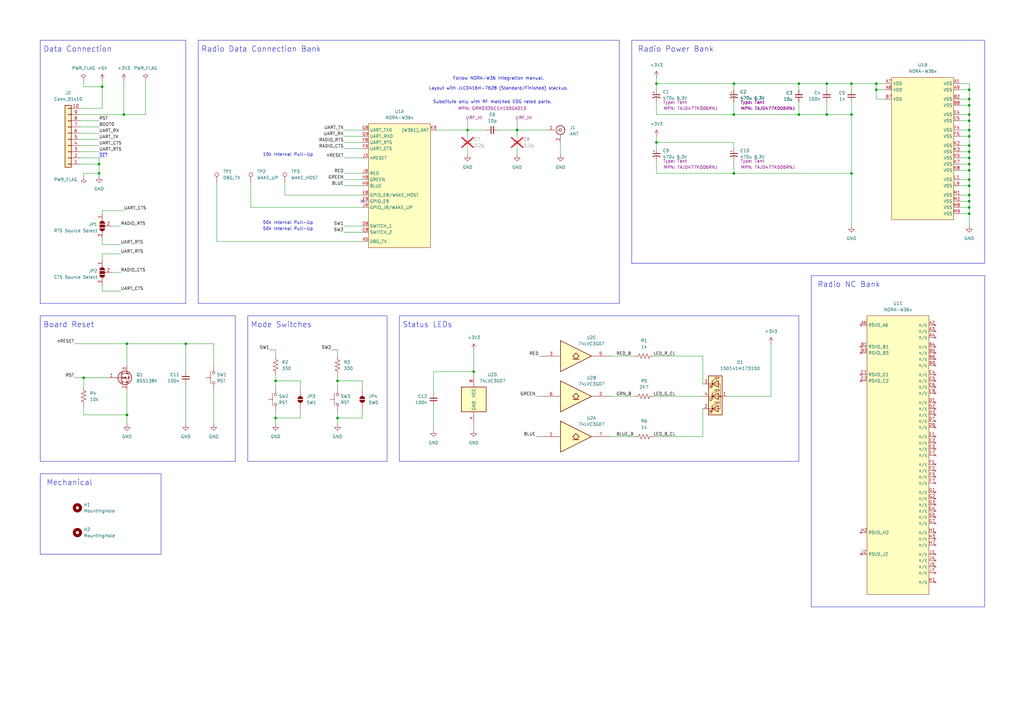
<source format=kicad_sch>
(kicad_sch (version 20250114) (generator "eeschema") (generator_version "9.0")
  (paper "A3")
  (title_block (title "Radio Breakout - NORA-W2") (date "2025-07-28") (company "The A-Team") (comment 1 "Author: William Stuckey") (comment 2 "Author: Christian Clark"))
  (rectangle (start 81.28 16.51) (end 254 124.46))
  (rectangle (start 16.51 129.54) (end 96.52 189.23))
  (rectangle (start 101.6 129.54) (end 158.75 189.23))
  (rectangle (start 332.74 113.03) (end 403.86 248.92))
  (rectangle (start 16.51 194.31) (end 66.04 227.33))
  (rectangle (start 259.08 16.51) (end 403.86 107.95))
  (text "Radio Power Bank" (at 261.62 21.59 0) (effects (font (size 2.25 2.25)) (justify left bottom)))
  (text "50k Internal Pull-Up" (at 118.11 93.98 0) (effects (font (size 1.27 1.27))))
  (text "Radio Data Connection Bank" (at 82.55 21.59 0) (effects (font (size 2.25 2.25)) (justify left bottom)))
  (text "Follow NORA-W36 integration manual.\n\nLayout with JLC0416H-7628 (Standard/Finished) stackup." (at 204.47 34.29 0) (effects (font (size 1.27 1.27))))
  (text "~{DET}" (at 40.64 64.77 0) (effects (font (size 1.27 1.27)) (justify left bottom)))
  (text "Data Connection" (at 17.78 21.59 0) (effects (font (size 2.25 2.25)) (justify left bottom)))
  (text "10k Internal Pull-Up" (at 118.11 63.5 0) (effects (font (size 1.27 1.27))))
  (text "Board Reset" (at 17.78 134.62 0) (effects (font (size 2.25 2.25)) (justify left bottom)))
  (text "Status LEDs" (at 165.1 134.62 0) (effects (font (size 2.25 2.25)) (justify left bottom)))
  (text "50k Internal Pull-Up" (at 118.11 91.44 0) (effects (font (size 1.27 1.27))))
  (text "Substitute only with RF matched C0G rated parts." (at 201.93 41.91 0) (effects (font (size 1.27 1.27))))
  (text "Mode Switches" (at 102.87 134.62 0) (effects (font (size 2.25 2.25)) (justify left bottom)))
  (text "Radio NC Bank" (at 335.28 118.11 0) (effects (font (size 2.25 2.25)) (justify left bottom)))
  (text "Mechanical" (at 19.05 199.39 0) (effects (font (size 2.25 2.25)) (justify left bottom)))
  (junction (at 327.66 46.99))
  (junction (at 397.51 49.53))
  (junction (at 359.41 34.29))
  (junction (at 327.66 34.29))
  (junction (at 397.51 80.01))
  (junction (at 34.29 154.94))
  (junction (at 300.99 71.12))
  (junction (at 41.91 35.56))
  (junction (at 397.51 62.23))
  (junction (at 300.99 46.99))
  (junction (at 349.25 34.29))
  (junction (at 397.51 55.88))
  (junction (at 397.51 36.83))
  (junction (at 339.09 34.29))
  (junction (at 397.51 40.64))
  (junction (at 269.24 58.42))
  (junction (at 397.51 73.66))
  (junction (at 269.24 34.29))
  (junction (at 113.03 156.21))
  (junction (at 349.25 46.99))
  (junction (at 138.43 171.45))
  (junction (at 138.43 156.21))
  (junction (at 194.31 152.4))
  (junction (at 76.2 140.97))
  (junction (at 397.51 67.31))
  (junction (at 397.51 46.99))
  (junction (at 397.51 85.09))
  (junction (at 40.64 67.31))
  (junction (at 397.51 59.69))
  (junction (at 52.07 140.97))
  (junction (at 349.25 71.12))
  (junction (at 397.51 82.55))
  (junction (at 397.51 87.63))
  (junction (at 113.03 171.45))
  (junction (at 212.09 53.34))
  (junction (at 359.41 36.83))
  (junction (at 40.64 71.12))
  (junction (at 339.09 46.99))
  (junction (at 397.51 76.2))
  (junction (at 52.07 170.18))
  (junction (at 397.51 64.77))
  (junction (at 397.51 69.85))
  (junction (at 397.51 53.34))
  (junction (at 397.51 43.18))
  (junction (at 300.99 34.29))
  (junction (at 191.77 53.34))
  (junction (at 50.8 46.99))
  (no_connect (at 148.59 82.55))
  (wire (pts (xy 393.7 67.31) (xy 397.51 67.31)))
  (wire (pts (xy 116.84 74.93) (xy 116.84 80.01)))
  (wire (pts (xy 87.63 160.02) (xy 87.63 173.99)))
  (wire (pts (xy 397.51 62.23) (xy 397.51 64.77)))
  (wire (pts (xy 393.7 73.66) (xy 397.51 73.66)))
  (wire (pts (xy 138.43 143.51) (xy 138.43 146.05)))
  (wire (pts (xy 116.84 80.01) (xy 148.59 80.01)))
  (wire (pts (xy 49.53 104.14) (xy 41.91 104.14)))
  (wire (pts (xy 40.64 62.23) (xy 33.02 62.23)))
  (wire (pts (xy 267.97 146.05) (xy 288.29 146.05)))
  (wire (pts (xy 138.43 153.67) (xy 138.43 156.21)))
  (wire (pts (xy 40.64 52.07) (xy 33.02 52.07)))
  (wire (pts (xy 269.24 71.12) (xy 300.99 71.12)))
  (wire (pts (xy 52.07 140.97) (xy 76.2 140.97)))
  (wire (pts (xy 393.7 53.34) (xy 397.51 53.34)))
  (polyline (pts (xy 163.83 129.54) (xy 163.83 189.23)))
  (wire (pts (xy 393.7 34.29) (xy 397.51 34.29)))
  (wire (pts (xy 34.29 35.56) (xy 41.91 35.56)))
  (wire (pts (xy 113.03 153.67) (xy 113.03 156.21)))
  (wire (pts (xy 267.97 162.56) (xy 288.29 162.56)))
  (wire (pts (xy 250.19 146.05) (xy 260.35 146.05)))
  (polyline (pts (xy 163.83 189.23) (xy 327.66 189.23)))
  (wire (pts (xy 397.51 43.18) (xy 397.51 46.99)))
  (wire (pts (xy 339.09 46.99) (xy 349.25 46.99)))
  (wire (pts (xy 397.51 49.53) (xy 397.51 53.34)))
  (wire (pts (xy 397.51 85.09) (xy 397.51 87.63)))
  (wire (pts (xy 177.8 152.4) (xy 194.31 152.4)))
  (wire (pts (xy 194.31 143.51) (xy 194.31 152.4)))
  (wire (pts (xy 59.69 33.02) (xy 59.69 46.99)))
  (wire (pts (xy 327.66 36.83) (xy 327.66 34.29)))
  (wire (pts (xy 40.64 71.12) (xy 40.64 72.39)))
  (wire (pts (xy 34.29 154.94) (xy 34.29 158.75)))
  (wire (pts (xy 397.51 64.77) (xy 397.51 67.31)))
  (wire (pts (xy 138.43 171.45) (xy 138.43 173.99)))
  (wire (pts (xy 393.7 64.77) (xy 397.51 64.77)))
  (wire (pts (xy 300.99 34.29) (xy 300.99 36.83)))
  (wire (pts (xy 397.51 80.01) (xy 397.51 82.55)))
  (wire (pts (xy 250.19 179.07) (xy 260.35 179.07)))
  (wire (pts (xy 50.8 86.36) (xy 41.91 86.36)))
  (polyline (pts (xy 327.66 129.54) (xy 163.83 129.54)))
  (wire (pts (xy 110.49 143.51) (xy 113.03 143.51)))
  (wire (pts (xy 40.64 49.53) (xy 33.02 49.53)))
  (wire (pts (xy 397.51 46.99) (xy 397.51 49.53)))
  (wire (pts (xy 349.25 46.99) (xy 349.25 71.12)))
  (wire (pts (xy 87.63 140.97) (xy 87.63 149.86)))
  (wire (pts (xy 220.98 146.05) (xy 222.25 146.05)))
  (wire (pts (xy 44.45 154.94) (xy 34.29 154.94)))
  (wire (pts (xy 359.41 40.64) (xy 363.22 40.64)))
  (wire (pts (xy 327.66 41.91) (xy 327.66 46.99)))
  (wire (pts (xy 359.41 36.83) (xy 359.41 40.64)))
  (wire (pts (xy 219.71 179.07) (xy 222.25 179.07)))
  (wire (pts (xy 359.41 34.29) (xy 359.41 36.83)))
  (wire (pts (xy 113.03 168.91) (xy 113.03 171.45)))
  (wire (pts (xy 393.7 55.88) (xy 397.51 55.88)))
  (wire (pts (xy 40.64 64.77) (xy 40.64 67.31)))
  (wire (pts (xy 316.23 140.97) (xy 316.23 162.56)))
  (wire (pts (xy 52.07 160.02) (xy 52.07 170.18)))
  (wire (pts (xy 212.09 50.8) (xy 212.09 53.34)))
  (wire (pts (xy 40.64 59.69) (xy 33.02 59.69)))
  (wire (pts (xy 269.24 34.29) (xy 269.24 36.83)))
  (wire (pts (xy 397.51 67.31) (xy 397.51 69.85)))
  (polyline (pts (xy 327.66 129.54) (xy 327.66 189.23)))
  (polyline (pts (xy 76.2 16.51) (xy 76.2 124.46)))
  (wire (pts (xy 140.97 60.96) (xy 148.59 60.96)))
  (wire (pts (xy 300.99 34.29) (xy 327.66 34.29)))
  (wire (pts (xy 102.87 74.93) (xy 102.87 85.09)))
  (wire (pts (xy 397.51 59.69) (xy 397.51 62.23)))
  (wire (pts (xy 148.59 171.45) (xy 148.59 167.64)))
  (wire (pts (xy 179.07 53.34) (xy 191.77 53.34)))
  (wire (pts (xy 212.09 53.34) (xy 224.79 53.34)))
  (wire (pts (xy 33.02 44.45) (xy 41.91 44.45)))
  (wire (pts (xy 138.43 168.91) (xy 138.43 171.45)))
  (wire (pts (xy 397.51 87.63) (xy 393.7 87.63)))
  (wire (pts (xy 393.7 40.64) (xy 397.51 40.64)))
  (polyline (pts (xy 76.2 124.46) (xy 16.51 124.46)))
  (wire (pts (xy 148.59 156.21) (xy 138.43 156.21)))
  (wire (pts (xy 393.7 59.69) (xy 397.51 59.69)))
  (wire (pts (xy 397.51 73.66) (xy 397.51 76.2)))
  (wire (pts (xy 194.31 152.4) (xy 194.31 153.67)))
  (wire (pts (xy 30.48 140.97) (xy 52.07 140.97)))
  (wire (pts (xy 397.51 34.29) (xy 397.51 36.83)))
  (wire (pts (xy 102.87 85.09) (xy 148.59 85.09)))
  (wire (pts (xy 41.91 119.38) (xy 41.91 116.84)))
  (wire (pts (xy 397.51 36.83) (xy 397.51 40.64)))
  (wire (pts (xy 393.7 62.23) (xy 397.51 62.23)))
  (wire (pts (xy 41.91 100.33) (xy 41.91 97.79)))
  (wire (pts (xy 41.91 44.45) (xy 41.91 35.56)))
  (wire (pts (xy 191.77 50.8) (xy 191.77 53.34)))
  (wire (pts (xy 34.29 71.12) (xy 40.64 71.12)))
  (wire (pts (xy 359.41 34.29) (xy 363.22 34.29)))
  (wire (pts (xy 393.7 43.18) (xy 397.51 43.18)))
  (wire (pts (xy 339.09 36.83) (xy 339.09 34.29)))
  (wire (pts (xy 204.47 53.34) (xy 212.09 53.34)))
  (wire (pts (xy 269.24 46.99) (xy 300.99 46.99)))
  (wire (pts (xy 140.97 76.2) (xy 148.59 76.2)))
  (wire (pts (xy 298.45 162.56) (xy 316.23 162.56)))
  (wire (pts (xy 393.7 69.85) (xy 397.51 69.85)))
  (wire (pts (xy 113.03 143.51) (xy 113.03 146.05)))
  (wire (pts (xy 300.99 41.91) (xy 300.99 46.99)))
  (wire (pts (xy 349.25 71.12) (xy 349.25 92.71)))
  (wire (pts (xy 88.9 99.06) (xy 148.59 99.06)))
  (wire (pts (xy 76.2 140.97) (xy 76.2 152.4)))
  (wire (pts (xy 33.02 64.77) (xy 40.64 64.77)))
  (wire (pts (xy 359.41 36.83) (xy 363.22 36.83)))
  (wire (pts (xy 33.02 67.31) (xy 40.64 67.31)))
  (wire (pts (xy 40.64 67.31) (xy 40.64 71.12)))
  (wire (pts (xy 393.7 80.01) (xy 397.51 80.01)))
  (wire (pts (xy 229.87 58.42) (xy 229.87 63.5)))
  (wire (pts (xy 397.51 40.64) (xy 397.51 43.18)))
  (wire (pts (xy 212.09 60.96) (xy 212.09 63.5)))
  (wire (pts (xy 49.53 100.33) (xy 41.91 100.33)))
  (wire (pts (xy 177.8 166.37) (xy 177.8 176.53)))
  (wire (pts (xy 393.7 82.55) (xy 397.51 82.55)))
  (wire (pts (xy 140.97 71.12) (xy 148.59 71.12)))
  (wire (pts (xy 140.97 58.42) (xy 148.59 58.42)))
  (wire (pts (xy 148.59 160.02) (xy 148.59 156.21)))
  (wire (pts (xy 41.91 35.56) (xy 41.91 33.02)))
  (wire (pts (xy 300.99 71.12) (xy 349.25 71.12)))
  (wire (pts (xy 288.29 146.05) (xy 288.29 157.48)))
  (wire (pts (xy 349.25 34.29) (xy 349.25 36.83)))
  (wire (pts (xy 140.97 92.71) (xy 148.59 92.71)))
  (wire (pts (xy 349.25 41.91) (xy 349.25 46.99)))
  (wire (pts (xy 34.29 72.39) (xy 34.29 71.12)))
  (wire (pts (xy 40.64 57.15) (xy 33.02 57.15)))
  (wire (pts (xy 393.7 36.83) (xy 397.51 36.83)))
  (wire (pts (xy 123.19 171.45) (xy 123.19 167.64)))
  (wire (pts (xy 397.51 76.2) (xy 397.51 80.01)))
  (wire (pts (xy 123.19 156.21) (xy 123.19 160.02)))
  (wire (pts (xy 212.09 53.34) (xy 212.09 55.88)))
  (wire (pts (xy 288.29 179.07) (xy 288.29 167.64)))
  (wire (pts (xy 339.09 41.91) (xy 339.09 46.99)))
  (wire (pts (xy 135.89 143.51) (xy 138.43 143.51)))
  (wire (pts (xy 52.07 170.18) (xy 52.07 173.99)))
  (wire (pts (xy 138.43 171.45) (xy 148.59 171.45)))
  (wire (pts (xy 49.53 92.71) (xy 45.72 92.71)))
  (wire (pts (xy 34.29 170.18) (xy 52.07 170.18)))
  (wire (pts (xy 397.51 92.71) (xy 397.51 87.63)))
  (polyline (pts (xy 16.51 124.46) (xy 16.51 16.51)))
  (wire (pts (xy 50.8 33.02) (xy 50.8 46.99)))
  (wire (pts (xy 140.97 73.66) (xy 148.59 73.66)))
  (wire (pts (xy 191.77 60.96) (xy 191.77 63.5)))
  (wire (pts (xy 397.51 82.55) (xy 397.51 85.09)))
  (wire (pts (xy 393.7 46.99) (xy 397.51 46.99)))
  (wire (pts (xy 140.97 53.34) (xy 148.59 53.34)))
  (wire (pts (xy 34.29 33.02) (xy 34.29 35.56)))
  (wire (pts (xy 397.51 69.85) (xy 397.51 73.66)))
  (wire (pts (xy 177.8 152.4) (xy 177.8 161.29)))
  (wire (pts (xy 34.29 166.37) (xy 34.29 170.18)))
  (wire (pts (xy 191.77 53.34) (xy 191.77 55.88)))
  (wire (pts (xy 219.71 162.56) (xy 222.25 162.56)))
  (wire (pts (xy 140.97 55.88) (xy 148.59 55.88)))
  (wire (pts (xy 191.77 53.34) (xy 199.39 53.34)))
  (wire (pts (xy 59.69 46.99) (xy 50.8 46.99)))
  (wire (pts (xy 250.19 162.56) (xy 260.35 162.56)))
  (wire (pts (xy 300.99 46.99) (xy 327.66 46.99)))
  (wire (pts (xy 50.8 46.99) (xy 33.02 46.99)))
  (wire (pts (xy 140.97 64.77) (xy 148.59 64.77)))
  (wire (pts (xy 49.53 111.76) (xy 45.72 111.76)))
  (wire (pts (xy 349.25 34.29) (xy 359.41 34.29)))
  (wire (pts (xy 269.24 58.42) (xy 300.99 58.42)))
  (wire (pts (xy 40.64 54.61) (xy 33.02 54.61)))
  (wire (pts (xy 300.99 58.42) (xy 300.99 60.96)))
  (wire (pts (xy 269.24 41.91) (xy 269.24 46.99)))
  (wire (pts (xy 113.03 171.45) (xy 123.19 171.45)))
  (wire (pts (xy 267.97 179.07) (xy 288.29 179.07)))
  (wire (pts (xy 269.24 34.29) (xy 300.99 34.29)))
  (wire (pts (xy 88.9 74.93) (xy 88.9 99.06)))
  (wire (pts (xy 41.91 104.14) (xy 41.91 106.68)))
  (wire (pts (xy 76.2 140.97) (xy 87.63 140.97)))
  (wire (pts (xy 269.24 60.96) (xy 269.24 58.42)))
  (wire (pts (xy 397.51 55.88) (xy 397.51 59.69)))
  (wire (pts (xy 52.07 149.86) (xy 52.07 140.97)))
  (wire (pts (xy 393.7 85.09) (xy 397.51 85.09)))
  (wire (pts (xy 269.24 66.04) (xy 269.24 71.12)))
  (wire (pts (xy 138.43 156.21) (xy 138.43 158.75)))
  (wire (pts (xy 269.24 31.75) (xy 269.24 34.29)))
  (wire (pts (xy 140.97 95.25) (xy 148.59 95.25)))
  (wire (pts (xy 327.66 34.29) (xy 339.09 34.29)))
  (wire (pts (xy 76.2 157.48) (xy 76.2 173.99)))
  (wire (pts (xy 269.24 55.88) (xy 269.24 58.42)))
  (wire (pts (xy 34.29 154.94) (xy 30.48 154.94)))
  (wire (pts (xy 397.51 53.34) (xy 397.51 55.88)))
  (wire (pts (xy 41.91 86.36) (xy 41.91 87.63)))
  (wire (pts (xy 194.31 173.99) (xy 194.31 176.53)))
  (wire (pts (xy 339.09 34.29) (xy 349.25 34.29)))
  (wire (pts (xy 327.66 46.99) (xy 339.09 46.99)))
  (wire (pts (xy 393.7 49.53) (xy 397.51 49.53)))
  (wire (pts (xy 113.03 156.21) (xy 123.19 156.21)))
  (wire (pts (xy 113.03 171.45) (xy 113.03 173.99)))
  (wire (pts (xy 49.53 119.38) (xy 41.91 119.38)))
  (polyline (pts (xy 76.2 16.51) (xy 16.51 16.51)))
  (wire (pts (xy 113.03 156.21) (xy 113.03 158.75)))
  (wire (pts (xy 393.7 76.2) (xy 397.51 76.2)))
  (wire (pts (xy 300.99 66.04) (xy 300.99 71.12)))
  (label "UART_RX" (at 140.97 55.88 180))
  (label "SW1" (at 110.49 143.51 180))
  (label "RADIO_CTS" (at 140.97 60.96 180))
  (label "LED_B_CL" (at 267.97 179.07 0))
  (label "BLUE_B" (at 252.73 179.07 0))
  (label "RED" (at 140.97 71.12 180))
  (label "RST" (at 40.64 49.53 0))
  (label "RADIO_RTS" (at 49.53 92.71 0))
  (label "UART_RTS" (at 40.64 62.23 0))
  (label "GREEN" (at 140.97 73.66 180))
  (label "UART_CTS" (at 50.8 86.36 0))
  (label "RADIO_CTS" (at 49.53 111.76 0))
  (label "UART_CTS" (at 40.64 59.69 0))
  (label "BOOT0" (at 40.64 52.07 0))
  (label "UART_RX" (at 40.64 54.61 0))
  (label "BLUE" (at 219.71 179.07 180))
  (label "UART_TX" (at 40.64 57.15 0))
  (label "RED" (at 220.98 146.05 180))
  (label "RED_B" (at 252.73 146.05 0))
  (label "SW2" (at 140.97 95.25 180))
  (label "LED_R_CL" (at 267.97 146.05 0))
  (label "SW1" (at 140.97 92.71 180))
  (label "nRESET" (at 140.97 64.77 180))
  (label "UART_RTS" (at 49.53 100.33 0))
  (label "GREEN" (at 219.71 162.56 180))
  (label "RST" (at 30.48 154.94 180))
  (label "BLUE" (at 140.97 76.2 180))
  (label "UART_TX" (at 140.97 53.34 180))
  (label "UART_RTS" (at 49.53 104.14 0))
  (label "LED_G_CL" (at 267.97 162.56 0))
  (label "RADIO_RTS" (at 140.97 58.42 180))
  (label "nRESET" (at 30.48 140.97 180))
  (label "SW2" (at 135.89 143.51 180))
  (label "UART_CTS" (at 49.53 119.38 0))
  (label "GRN_B" (at 252.73 162.56 0))
  (netclass_flag "" (length 2.54) (shape round) (at 191.77 50.8 0) (property "Netclass" "RF_HI" (at 192.4685 48.26 0) (effects (justify left))))
  (netclass_flag "" (length 2.54) (shape round) (at 212.09 50.8 0) (property "Netclass" "RF_HI" (at 212.7885 48.26 0) (effects (justify left))))
  (symbol (lib_id "Switch:SW_Push") (at 113.03 163.83 90) (unit 1)
    (property "Reference" "SW2" (at 114.3 162.56 90) (effects (justify right)))
    (property "Value" "RST" (at 114.3 165.1 90) (effects (justify right)))
    (property "Footprint" "Button_Switch_SMD:SW_SPST_TL3305A" (effects (hide yes)))
    (property "Description" "Push button switch, generic, two pins" (effects (hide yes)))
  )
  (symbol (lib_id "Device:C_Small") (at 339.09 39.37 0) (mirror x) (unit 1)
    (property "Reference" "C4" (at 336.55 38.0935 0) (effects (justify right)))
    (property "Value" "100n" (at 336.55 40.6335 0) (effects (justify right)))
    (property "Footprint" "Capacitor_SMD:C_0603_1608Metric" (effects (hide yes)))
    (property "Description" "Unpolarized capacitor, small symbol" (effects (hide yes)))
  )
  (symbol (lib_id "Jumper:SolderJumper_2_Open") (at 123.19 163.83 90) (unit 1)
    (property "Reference" "JP3" (at 125.73 162.5599 90) (effects (justify right)))
    (property "Value" "SW1" (at 125.73 165.0999 90) (effects (justify right)))
    (property "Footprint" "AT-BoardFeatures:SolderJumper-2_2.0x1.2mm_Open" (effects (hide yes)))
    (property "Description" "Solder Jumper, 2-pole, open" (effects (hide yes)))
  )
  (symbol (lib_id "power:GND") (at 397.51 92.71 0) (unit 1)
    (property "Reference" "#PWR010" (effects (hide yes)))
    (property "Value" "GND" (at 397.51 97.79 0))
    (property "Description" "Power symbol creates a global label with name \"GND\" , ground" (effects (hide yes)))
  )
  (symbol (lib_name "NORA-W36x_2") (lib_id "AT-Modules:NORA-W36x") (at 378.46 60.96 0) (unit 2)
    (property "Reference" "U1" (at 378.46 26.67 0))
    (property "Value" "NORA-W36x" (at 378.46 29.21 0))
  )
  (symbol (lib_id "power:GND") (at 349.25 92.71 0) (unit 1)
    (property "Reference" "#PWR09" (effects (hide yes)))
    (property "Value" "GND" (at 349.25 97.79 0))
    (property "Description" "Power symbol creates a global label with name \"GND\" , ground" (effects (hide yes)))
  )
  (symbol (lib_id "Device:C_Polarized_Small_US") (at 300.99 39.37 0) (unit 1)
    (property "Reference" "C2" (at 303.53 37.6681 0) (effects (justify left)))
    (property "Value" "470u 6.3V" (at 303.53 40.2081 0) (effects (justify left)))
    (property "Description" "Polarized capacitor, small US symbol" (effects (hide yes)))
    (property "Type" "Tant" (at 308.61 41.91 0) (show_name yes))
    (property "MPN" "TAJD477K006RNJ" (at 314.96 44.45 0) (show_name yes))
  )
  (symbol (lib_id "Connector:Conn_Coaxial") (at 229.87 53.34 0) (unit 1)
    (property "Reference" "J1" (at 233.68 52.3631 0) (effects (justify left)))
    (property "Value" "ANT" (at 233.68 54.9031 0) (effects (justify left)))
    (property "Footprint" "Connector_Coaxial:U.FL_Hirose_U.FL-R-SMT-1_Vertical" (effects (hide yes)))
    (property "Description" "coaxial connector (BNC, SMA, SMB, SMC, Cinch/RCA, LEMO, ...)" (effects (hide yes)))
  )
  (symbol (lib_id "Connector:TestPoint") (at 102.87 74.93 0) (unit 1)
    (property "Reference" "TP2" (at 105.41 70.3579 0) (effects (justify left)))
    (property "Value" "WAKE_UP" (at 105.41 72.8979 0) (effects (justify left)))
    (property "Footprint" "TestPoint:TestPoint_Pad_D1.5mm" (effects (hide yes)))
    (property "Description" "test point" (effects (hide yes)))
  )
  (symbol (lib_id "Transistor_FET:Q_NMOS_GSD") (at 49.53 154.94 0) (unit 1)
    (property "Reference" "Q1" (at 55.88 153.6699 0) (effects (justify left)))
    (property "Value" "BSS138K" (at 55.88 156.2099 0) (effects (justify left)))
    (property "Footprint" "Package_TO_SOT_SMD:SOT-23" (effects (hide yes)))
    (property "Description" "N-MOSFET transistor, gate/source/drain" (effects (hide yes)))
  )
  (symbol (lib_id "74xGxx:74LVC3G07") (at 237.49 146.05 0) (unit 3)
    (property "Reference" "U2" (at 242.57 138.43 0))
    (property "Value" "74LVC3G07" (at 242.57 140.97 0))
    (property "Footprint" "Package_SO:VSSOP-8_2.3x2mm_P0.5mm" (effects (hide yes)))
    (property "Datasheet" "http://www.ti.com/lit/sg/scyt129e/scyt129e.pdf" (effects (hide yes)))
    (property "Description" "Triple Buffer, Open Drain, Low-Voltage CMOS" (effects (hide yes)))
  )
  (symbol (lib_id "power:PWR_FLAG") (at 34.29 33.02 0) (mirror y) (unit 1)
    (property "Reference" "#FLG01" (effects (hide yes)))
    (property "Value" "PWR_FLAG" (at 34.29 27.94 0))
    (property "Description" "Special symbol for telling ERC where power comes from" (effects (hide yes)))
  )
  (symbol (lib_id "Device:LED_ABRG") (at 293.37 162.56 0) (unit 1)
    (property "Reference" "D1" (at 303.53 148.59 0))
    (property "Value" "150141m173100" (at 303.53 151.13 0))
    (property "Footprint" "LED_SMD:LED_RGB_Wuerth-PLCC4_3.2x2.8mm_150141M173100" (effects (hide yes)))
    (property "Description" "RGB LED, anode/blue/red/green" (effects (hide yes)))
  )
  (symbol (lib_id "Device:R_US") (at 264.16 146.05 90) (unit 1)
    (property "Reference" "R1" (at 264.16 139.7 90))
    (property "Value" "1k" (at 264.16 142.24 90))
    (property "Footprint" "Resistor_SMD:R_0603_1608Metric" (effects (hide yes)))
    (property "Description" "Resistor, US symbol" (effects (hide yes)))
  )
  (symbol (lib_id "power:GND") (at 138.43 173.99 0) (unit 1)
    (property "Reference" "#PWR017" (effects (hide yes)))
    (property "Value" "GND" (at 138.43 179.07 0))
    (property "Description" "Power symbol creates a global label with name \"GND\" , ground" (effects (hide yes)))
  )
  (symbol (lib_id "power:GND") (at 229.87 63.5 0) (unit 1)
    (property "Reference" "#PWR07" (effects (hide yes)))
    (property "Value" "GND" (at 229.87 68.58 0))
    (property "Description" "Power symbol creates a global label with name \"GND\" , ground" (effects (hide yes)))
  )
  (symbol (lib_id "Mechanical:MountingHole") (at 31.75 218.44 0) (unit 1)
    (property "Reference" "H2" (at 34.29 217.1699 0) (effects (justify left)))
    (property "Value" "MountingHole" (at 34.29 219.7099 0) (effects (justify left)))
    (property "Footprint" "MountingHole:MountingHole_3.2mm_M3" (effects (hide yes)))
    (property "Description" "Mounting Hole without connection" (effects (hide yes)))
  )
  (symbol (lib_id "Device:C_Small") (at 76.2 154.94 0) (mirror x) (unit 1)
    (property "Reference" "C11" (at 73.66 153.6635 0) (effects (justify right)))
    (property "Value" "100n" (at 73.66 156.2035 0) (effects (justify right)))
    (property "Footprint" "Capacitor_SMD:C_0603_1608Metric" (effects (hide yes)))
    (property "Description" "Unpolarized capacitor, small symbol" (effects (hide yes)))
  )
  (symbol (lib_id "Device:C_Small") (at 212.09 58.42 0) (unit 1) (dnp yes)
    (property "Reference" "C8" (at 214.63 57.1562 0) (effects (justify left)))
    (property "Value" "2.2p" (at 214.63 59.6962 0) (effects (justify left)))
    (property "Footprint" "Capacitor_SMD:C_0201_0603Metric" (effects (hide yes)))
    (property "Description" "Unpolarized capacitor, small symbol" (effects (hide yes)))
  )
  (symbol (lib_id "Device:R_US") (at 264.16 179.07 90) (unit 1)
    (property "Reference" "R6" (at 264.16 172.72 90))
    (property "Value" "1k" (at 264.16 175.26 90))
    (property "Footprint" "Resistor_SMD:R_0603_1608Metric" (effects (hide yes)))
    (property "Description" "Resistor, US symbol" (effects (hide yes)))
  )
  (symbol (lib_id "AT-Modules:NORA-W36x") (at 368.3 186.69 0) (unit 3)
    (property "Reference" "U1" (at 368.3 124.46 0))
    (property "Value" "NORA-W36x" (at 368.3 127 0))
  )
  (symbol (lib_id "74xGxx:74LVC3G07") (at 237.49 179.07 0) (unit 1)
    (property "Reference" "U2" (at 242.57 171.45 0))
    (property "Value" "74LVC3G07" (at 242.57 173.99 0))
    (property "Footprint" "Package_SO:VSSOP-8_2.3x2mm_P0.5mm" (effects (hide yes)))
    (property "Datasheet" "http://www.ti.com/lit/sg/scyt129e/scyt129e.pdf" (effects (hide yes)))
    (property "Description" "Triple Buffer, Open Drain, Low-Voltage CMOS" (effects (hide yes)))
  )
  (symbol (lib_id "Connector:TestPoint") (at 88.9 74.93 0) (unit 1)
    (property "Reference" "TP1" (at 91.44 70.3579 0) (effects (justify left)))
    (property "Value" "DBG_TX" (at 91.44 72.8979 0) (effects (justify left)))
    (property "Footprint" "TestPoint:TestPoint_Pad_D1.5mm" (effects (hide yes)))
    (property "Description" "test point" (effects (hide yes)))
  )
  (symbol (lib_id "Connector_Generic:Conn_01x10") (at 27.94 57.15 180) (unit 1)
    (property "Reference" "J2" (at 27.94 38.1 0))
    (property "Value" "Conn_01x10" (at 27.94 40.64 0))
    (property "Footprint" "Connector_JST:JST_SH_SM10B-SRSS-TB_1x10-1MP_P1.00mm_Horizontal" (effects (hide yes)))
    (property "Description" "Generic connector, single row, 01x10, script generated (kicad-library-utils/schlib/autogen/connector/)" (effects (hide yes)))
  )
  (symbol (lib_id "74xGxx:74LVC3G07") (at 237.49 162.56 0) (unit 2)
    (property "Reference" "U2" (at 242.57 154.94 0))
    (property "Value" "74LVC3G07" (at 242.57 157.48 0))
    (property "Footprint" "Package_SO:VSSOP-8_2.3x2mm_P0.5mm" (effects (hide yes)))
    (property "Datasheet" "http://www.ti.com/lit/sg/scyt129e/scyt129e.pdf" (effects (hide yes)))
    (property "Description" "Triple Buffer, Open Drain, Low-Voltage CMOS" (effects (hide yes)))
  )
  (symbol (lib_id "power:GND") (at 212.09 63.5 0) (unit 1)
    (property "Reference" "#PWR06" (effects (hide yes)))
    (property "Value" "GND" (at 212.09 68.58 0))
    (property "Description" "Power symbol creates a global label with name \"GND\" , ground" (effects (hide yes)))
  )
  (symbol (lib_id "Device:C_Small") (at 327.66 39.37 0) (mirror x) (unit 1)
    (property "Reference" "C3" (at 325.12 38.0935 0) (effects (justify right)))
    (property "Value" "10u" (at 325.12 40.6335 0) (effects (justify right)))
    (property "Footprint" "Capacitor_SMD:C_0603_1608Metric" (effects (hide yes)))
    (property "Description" "Unpolarized capacitor, small symbol" (effects (hide yes)))
  )
  (symbol (lib_id "Jumper:SolderJumper_3_Open") (at 41.91 92.71 90) (mirror x) (unit 1)
    (property "Reference" "JP1" (at 40.005 92.075 90) (effects (justify left)))
    (property "Value" "RTS Source Select" (at 40.005 94.615 90) (effects (justify left)))
    (property "Footprint" "Jumper:SolderJumper-3_P1.3mm_Bridged12_RoundedPad1.0x1.5mm_NumberLabels" (effects (hide yes)))
    (property "Description" "Solder Jumper, 3-pole, open" (effects (hide yes)))
  )
  (symbol (lib_id "Device:C_Small") (at 201.93 53.34 90) (unit 1)
    (property "Reference" "C6" (at 201.9363 46.99 90))
    (property "Value" "10p" (at 201.9363 49.53 90))
    (property "Footprint" "Capacitor_SMD:C_0201_0603Metric" (effects (hide yes)))
    (property "Description" "Unpolarized capacitor, small symbol" (effects (hide yes)))
    (property "MPN" "GRM0335C1H100GA01D" (at 201.93 44.45 90) (show_name yes))
  )
  (symbol (lib_id "power:PWR_FLAG") (at 59.69 33.02 0) (mirror y) (unit 1)
    (property "Reference" "#FLG02" (effects (hide yes)))
    (property "Value" "PWR_FLAG" (at 59.69 27.94 0))
    (property "Description" "Special symbol for telling ERC where power comes from" (effects (hide yes)))
  )
  (symbol (lib_id "Switch:SW_Push") (at 138.43 163.83 90) (unit 1)
    (property "Reference" "SW3" (at 139.7 162.56 90) (effects (justify right)))
    (property "Value" "RST" (at 139.7 165.1 90) (effects (justify right)))
    (property "Footprint" "Button_Switch_SMD:SW_SPST_TL3305A" (effects (hide yes)))
    (property "Description" "Push button switch, generic, two pins" (effects (hide yes)))
  )
  (symbol (lib_id "Connector:TestPoint") (at 116.84 74.93 0) (unit 1)
    (property "Reference" "TP3" (at 119.38 70.3579 0) (effects (justify left)))
    (property "Value" "WAKE_HOST" (at 119.38 72.8979 0) (effects (justify left)))
    (property "Footprint" "TestPoint:TestPoint_Pad_D1.5mm" (effects (hide yes)))
    (property "Description" "test point" (effects (hide yes)))
  )
  (symbol (lib_id "Device:R_US") (at 138.43 149.86 0) (unit 1)
    (property "Reference" "R3" (at 140.97 148.5899 0) (effects (justify left)))
    (property "Value" "330" (at 140.97 151.1299 0) (effects (justify left)))
    (property "Footprint" "Resistor_SMD:R_0603_1608Metric" (effects (hide yes)))
    (property "Description" "Resistor, US symbol" (effects (hide yes)))
  )
  (symbol (lib_id "power:GND") (at 52.07 173.99 0) (unit 1)
    (property "Reference" "#PWR013" (effects (hide yes)))
    (property "Value" "GND" (at 52.07 179.07 0))
    (property "Description" "Power symbol creates a global label with name \"GND\" , ground" (effects (hide yes)))
  )
  (symbol (lib_id "Mechanical:MountingHole") (at 31.75 208.28 0) (unit 1)
    (property "Reference" "H1" (at 34.29 207.0099 0) (effects (justify left)))
    (property "Value" "MountingHole" (at 34.29 209.5499 0) (effects (justify left)))
    (property "Footprint" "MountingHole:MountingHole_3.2mm_M3" (effects (hide yes)))
    (property "Description" "Mounting Hole without connection" (effects (hide yes)))
  )
  (symbol (lib_id "power:GND") (at 87.63 173.99 0) (unit 1)
    (property "Reference" "#PWR015" (effects (hide yes)))
    (property "Value" "GND" (at 87.63 179.07 0))
    (property "Description" "Power symbol creates a global label with name \"GND\" , ground" (effects (hide yes)))
  )
  (symbol (lib_id "power:+3.3V") (at 194.31 143.51 0) (unit 1)
    (property "Reference" "#PWR012" (effects (hide yes)))
    (property "Value" "+3V3" (at 194.31 138.43 0))
    (property "Description" "Power symbol creates a global label with name \"+3.3V\"" (effects (hide yes)))
  )
  (symbol (lib_id "power:+3.3V") (at 269.24 31.75 0) (mirror y) (unit 1)
    (property "Reference" "#PWR01" (effects (hide yes)))
    (property "Value" "+3V3" (at 269.24 26.67 0))
    (property "Description" "Power symbol creates a global label with name \"+3.3V\"" (effects (hide yes)))
  )
  (symbol (lib_id "power:GND") (at 113.03 173.99 0) (unit 1)
    (property "Reference" "#PWR016" (effects (hide yes)))
    (property "Value" "GND" (at 113.03 179.07 0))
    (property "Description" "Power symbol creates a global label with name \"GND\" , ground" (effects (hide yes)))
  )
  (symbol (lib_id "Jumper:SolderJumper_3_Open") (at 41.91 111.76 90) (mirror x) (unit 1)
    (property "Reference" "JP2" (at 40.005 111.125 90) (effects (justify left)))
    (property "Value" "CTS Source Select" (at 40.005 113.665 90) (effects (justify left)))
    (property "Footprint" "Jumper:SolderJumper-3_P1.3mm_Bridged12_RoundedPad1.0x1.5mm_NumberLabels" (effects (hide yes)))
    (property "Description" "Solder Jumper, 3-pole, open" (effects (hide yes)))
  )
  (symbol (lib_id "Device:C_Small") (at 177.8 163.83 0) (mirror x) (unit 1)
    (property "Reference" "C12" (at 175.26 162.5535 0) (effects (justify right)))
    (property "Value" "100n" (at 175.26 165.0935 0) (effects (justify right)))
    (property "Footprint" "Capacitor_SMD:C_0603_1608Metric" (effects (hide yes)))
    (property "Description" "Unpolarized capacitor, small symbol" (effects (hide yes)))
  )
  (symbol (lib_id "power:PWR_FLAG") (at 34.29 72.39 0) (mirror x) (unit 1)
    (property "Reference" "#FLG03" (effects (hide yes)))
    (property "Value" "PWR_FLAG" (at 31.75 73.6599 0) (effects (justify right)))
    (property "Description" "Special symbol for telling ERC where power comes from" (effects (hide yes)))
  )
  (symbol (lib_id "power:GND") (at 76.2 173.99 0) (unit 1)
    (property "Reference" "#PWR014" (effects (hide yes)))
    (property "Value" "GND" (at 76.2 179.07 0))
    (property "Description" "Power symbol creates a global label with name \"GND\" , ground" (effects (hide yes)))
  )
  (symbol (lib_id "power:+3.3V") (at 316.23 140.97 0) (unit 1)
    (property "Reference" "#PWR011" (effects (hide yes)))
    (property "Value" "+3V3" (at 316.23 135.89 0))
    (property "Description" "Power symbol creates a global label with name \"+3.3V\"" (effects (hide yes)))
  )
  (symbol (lib_id "power:+3.3V") (at 269.24 55.88 0) (mirror y) (unit 1)
    (property "Reference" "#PWR04" (effects (hide yes)))
    (property "Value" "+3V3" (at 269.24 50.8 0))
    (property "Description" "Power symbol creates a global label with name \"+3.3V\"" (effects (hide yes)))
  )
  (symbol (lib_name "NORA-W36x_1") (lib_id "AT-Modules:NORA-W36x") (at 163.83 76.2 0) (unit 1)
    (property "Reference" "U1" (at 163.83 45.72 0))
    (property "Value" "NORA-W36x" (at 163.83 48.26 0))
  )
  (symbol (lib_id "Device:R_US") (at 34.29 162.56 180) (unit 1)
    (property "Reference" "R4" (at 36.83 161.2899 0) (effects (justify right)))
    (property "Value" "10k" (at 36.83 163.8299 0) (effects (justify right)))
    (property "Footprint" "Resistor_SMD:R_0603_1608Metric" (effects (hide yes)))
    (property "Description" "Resistor, US symbol" (effects (hide yes)))
  )
  (symbol (lib_id "74xGxx:74LVC3G07") (at 194.31 163.83 0) (unit 4)
    (property "Reference" "U2" (at 201.93 153.67 0))
    (property "Value" "74LVC3G07" (at 201.93 156.21 0))
    (property "Footprint" "Package_SO:VSSOP-8_2.3x2mm_P0.5mm" (effects (hide yes)))
    (property "Datasheet" "http://www.ti.com/lit/sg/scyt129e/scyt129e.pdf" (effects (hide yes)))
    (property "Description" "Triple Buffer, Open Drain, Low-Voltage CMOS" (effects (hide yes)))
  )
  (symbol (lib_id "Jumper:SolderJumper_2_Open") (at 148.59 163.83 90) (unit 1)
    (property "Reference" "JP4" (at 151.13 162.5599 90) (effects (justify right)))
    (property "Value" "SW0" (at 151.13 165.0999 90) (effects (justify right)))
    (property "Footprint" "AT-BoardFeatures:SolderJumper-2_2.0x1.2mm_Open" (effects (hide yes)))
    (property "Description" "Solder Jumper, 2-pole, open" (effects (hide yes)))
  )
  (symbol (lib_id "power:GND") (at 177.8 176.53 0) (unit 1)
    (property "Reference" "#PWR018" (effects (hide yes)))
    (property "Value" "GND" (at 177.8 181.61 0))
    (property "Description" "Power symbol creates a global label with name \"GND\" , ground" (effects (hide yes)))
  )
  (symbol (lib_id "power:GND") (at 191.77 63.5 0) (unit 1)
    (property "Reference" "#PWR05" (effects (hide yes)))
    (property "Value" "GND" (at 191.77 68.58 0))
    (property "Description" "Power symbol creates a global label with name \"GND\" , ground" (effects (hide yes)))
  )
  (symbol (lib_id "power:+3.3V") (at 50.8 33.02 0) (mirror y) (unit 1)
    (property "Reference" "#PWR03" (effects (hide yes)))
    (property "Value" "+3V3" (at 50.8 27.94 0))
    (property "Description" "Power symbol creates a global label with name \"+3.3V\"" (effects (hide yes)))
  )
  (symbol (lib_id "Device:C_Small") (at 349.25 39.37 0) (mirror x) (unit 1)
    (property "Reference" "C5" (at 346.71 38.0935 0) (effects (justify right)))
    (property "Value" "1n" (at 346.71 40.6335 0) (effects (justify right)))
    (property "Footprint" "Capacitor_SMD:C_0603_1608Metric" (effects (hide yes)))
    (property "Description" "Unpolarized capacitor, small symbol" (effects (hide yes)))
  )
  (symbol (lib_id "power:GND") (at 194.31 176.53 0) (unit 1)
    (property "Reference" "#PWR019" (effects (hide yes)))
    (property "Value" "GND" (at 194.31 181.61 0))
    (property "Description" "Power symbol creates a global label with name \"GND\" , ground" (effects (hide yes)))
  )
  (symbol (lib_id "Device:C_Polarized_Small_US") (at 300.99 63.5 0) (unit 1)
    (property "Reference" "C10" (at 303.53 61.7981 0) (effects (justify left)))
    (property "Value" "470u 6.3V" (at 303.53 64.3381 0) (effects (justify left)))
    (property "Description" "Polarized capacitor, small US symbol" (effects (hide yes)))
    (property "Type" "Tant" (at 308.61 66.04 0) (show_name yes))
    (property "MPN" "TAJD477K006RNJ" (at 314.96 68.58 0) (show_name yes))
  )
  (symbol (lib_id "Device:R_US") (at 264.16 162.56 90) (unit 1)
    (property "Reference" "R5" (at 264.16 156.21 90))
    (property "Value" "2K7" (at 264.16 158.75 90))
    (property "Footprint" "Resistor_SMD:R_0603_1608Metric" (effects (hide yes)))
    (property "Description" "Resistor, US symbol" (effects (hide yes)))
  )
  (symbol (lib_id "Device:C_Polarized_Small_US") (at 269.24 63.5 0) (unit 1)
    (property "Reference" "C9" (at 271.78 61.7981 0) (effects (justify left)))
    (property "Value" "470u 6.3V" (at 271.78 64.3381 0) (effects (justify left)))
    (property "Description" "Polarized capacitor, small US symbol" (effects (hide yes)))
    (property "Type" "Tant" (at 276.86 66.04 0) (show_name yes))
    (property "MPN" "TAJD477K006RNJ" (at 283.21 68.58 0) (show_name yes))
  )
  (symbol (lib_id "Device:C_Small") (at 191.77 58.42 0) (unit 1) (dnp yes)
    (property "Reference" "C7" (at 194.31 57.1562 0) (effects (justify left)))
    (property "Value" "2.2p" (at 194.31 59.6962 0) (effects (justify left)))
    (property "Footprint" "Capacitor_SMD:C_0201_0603Metric" (effects (hide yes)))
    (property "Description" "Unpolarized capacitor, small symbol" (effects (hide yes)))
  )
  (symbol (lib_id "power:GND") (at 40.64 72.39 0) (mirror y) (unit 1)
    (property "Reference" "#PWR08" (effects (hide yes)))
    (property "Value" "GND" (at 40.64 77.47 0))
    (property "Description" "Power symbol creates a global label with name \"GND\" , ground" (effects (hide yes)))
  )
  (symbol (lib_id "Device:R_US") (at 113.03 149.86 180) (unit 1)
    (property "Reference" "R2" (at 115.57 148.5899 0) (effects (justify right)))
    (property "Value" "330" (at 115.57 151.1299 0) (effects (justify right)))
    (property "Footprint" "Resistor_SMD:R_0603_1608Metric" (effects (hide yes)))
    (property "Description" "Resistor, US symbol" (effects (hide yes)))
  )
  (symbol (lib_id "power:+5V") (at 41.91 33.02 0) (mirror y) (unit 1)
    (property "Reference" "#PWR02" (effects (hide yes)))
    (property "Value" "+5V" (at 41.91 27.94 0))
    (property "Description" "Power symbol creates a global label with name \"+5V\"" (effects (hide yes)))
  )
  (symbol (lib_id "Switch:SW_Push") (at 87.63 154.94 90) (unit 1)
    (property "Reference" "SW1" (at 88.9 153.67 90) (effects (justify right)))
    (property "Value" "RST" (at 88.9 156.21 90) (effects (justify right)))
    (property "Footprint" "Button_Switch_SMD:SW_SPST_TL3305A" (effects (hide yes)))
    (property "Description" "Push button switch, generic, two pins" (effects (hide yes)))
  )
  (symbol (lib_id "Device:C_Polarized_Small_US") (at 269.24 39.37 0) (unit 1)
    (property "Reference" "C1" (at 271.78 37.6681 0) (effects (justify left)))
    (property "Value" "470u 6.3V" (at 271.78 40.2081 0) (effects (justify left)))
    (property "Description" "Polarized capacitor, small US symbol" (effects (hide yes)))
    (property "Type" "Tant" (at 276.86 41.91 0) (show_name yes))
    (property "MPN" "TAJD477K006RNJ" (at 283.21 44.45 0) (show_name yes))
  )
)
</source>
